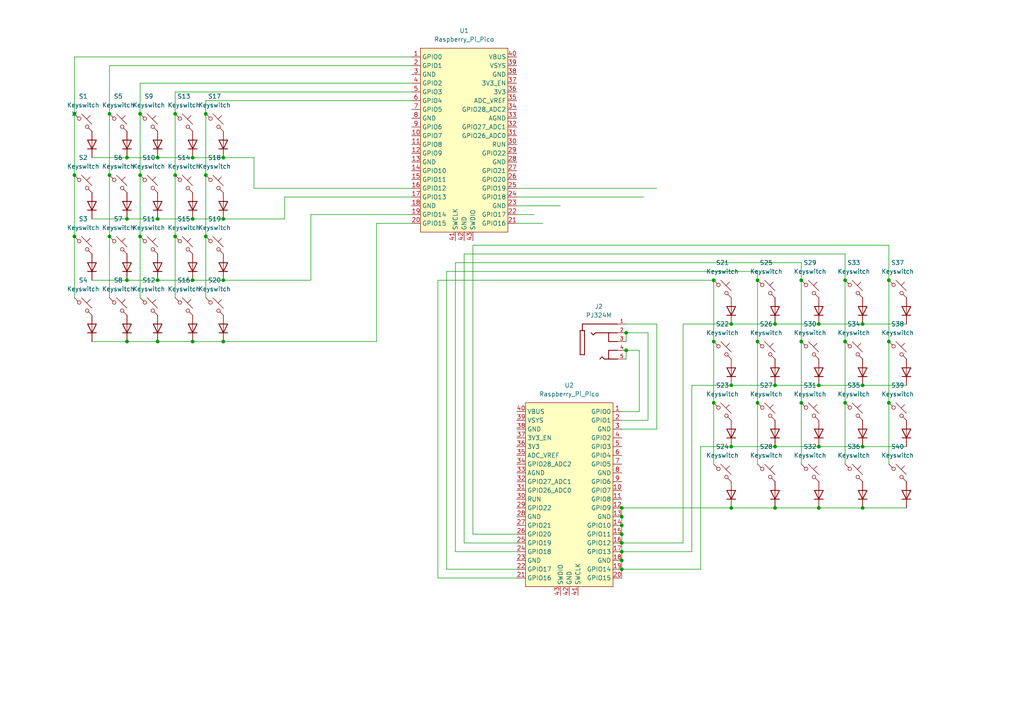
<source format=kicad_sch>
(kicad_sch (version 20231120) (generator "eeschema") (generator_version "8.0")
  (paper "A4")
  (lib_symbols
    (symbol "PJ324M:PJ324M" (pin_names (offset 1.016))
      (property "Reference" "J" (at -5.08 7.62 0))
      (property "Value" "PJ324M" (at -5.08 -10.16 0))
      (symbol "PJ324M_0_0"
        (polyline (pts (xy -5.715 -3.81) (xy -5.715 3.175)) (stroke (width 0.254)))
        (polyline (pts (xy -5.715 3.175) (xy -5.08 3.175)) (stroke (width 0.254)))
        (polyline (pts (xy -5.08 3.175) (xy -4.445 3.175)) (stroke (width 0.254)))
        (polyline (pts (xy -5.08 5.08) (xy -5.08 3.175)) (stroke (width 0.254)))
        (polyline (pts (xy -4.445 -3.81) (xy -5.715 -3.81)) (stroke (width 0.254)))
        (polyline (pts (xy -4.445 3.175) (xy -4.445 -3.81)) (stroke (width 0.254)))
        (polyline (pts (xy -1.905 1.905) (xy -2.54 2.54)) (stroke (width 0.254)))
        (polyline (pts (xy -1.27 2.54) (xy -1.905 1.905)) (stroke (width 0.254)))
        (polyline (pts (xy 0.635 -4.445) (xy 0 -5.08)) (stroke (width 0.254)))
        (polyline (pts (xy 1.27 -5.08) (xy 0.635 -4.445)) (stroke (width 0.254)))
        (polyline (pts (xy 2.54 -5.08) (xy 1.27 -5.08)) (stroke (width 0.254)))
        (polyline (pts (xy 2.54 -2.54) (xy 2.54 -5.08)) (stroke (width 0.254)))
        (polyline (pts (xy 2.54 0) (xy 2.54 2.54)) (stroke (width 0.254)))
        (polyline (pts (xy 2.54 2.54) (xy -1.27 2.54)) (stroke (width 0.254)))
        (polyline (pts (xy 5.08 -5.08) (xy 2.54 -5.08)) (stroke (width 0.254)))
        (polyline (pts (xy 5.08 -2.54) (xy 2.54 -2.54)) (stroke (width 0.254)))
        (polyline (pts (xy 5.08 0) (xy 2.54 0)) (stroke (width 0.254)))
        (polyline (pts (xy 5.08 2.54) (xy 2.54 2.54)) (stroke (width 0.254)))
        (polyline (pts (xy 5.08 5.08) (xy -5.08 5.08)) (stroke (width 0.254)))
        (pin passive line (at 7.62 5.08 180) (length 2.54) (name "~") (number "1"))
        (pin passive line (at 7.62 2.54 180) (length 2.54) (name "~") (number "2"))
        (pin passive line (at 7.62 0 180) (length 2.54) (name "~") (number "3"))
        (pin passive line (at 7.62 -2.54 180) (length 2.54) (name "~") (number "4"))
        (pin passive line (at 7.62 -5.08 180) (length 2.54) (name "~") (number "5"))
      )
    )
    (symbol "ScottoKeebs:MCU_Raspberry_Pi_Pico"
      (property "Reference" "U" (at 0 0 0))
      (property "Value" "Raspberry_Pi_Pico" (at 0 27.94 0))
      (symbol "MCU_Raspberry_Pi_Pico_0_1"
        (rectangle (start -12.7 26.67) (end 12.7 -26.67) (fill (type background)))
      )
      (symbol "MCU_Raspberry_Pi_Pico_1_1"
        (pin bidirectional line (at -15.24 24.13 0) (length 2.54) (name "GPIO0") (number "1"))
        (pin bidirectional line (at -15.24 1.27 0) (length 2.54) (name "GPIO7") (number "10"))
        (pin bidirectional line (at -15.24 -1.27 0) (length 2.54) (name "GPIO8") (number "11"))
        (pin bidirectional line (at -15.24 -3.81 0) (length 2.54) (name "GPIO9") (number "12"))
        (pin power_in line (at -15.24 -6.35 0) (length 2.54) (name "GND") (number "13"))
        (pin bidirectional line (at -15.24 -8.89 0) (length 2.54) (name "GPIO10") (number "14"))
        (pin bidirectional line (at -15.24 -11.43 0) (length 2.54) (name "GPIO11") (number "15"))
        (pin bidirectional line (at -15.24 -13.97 0) (length 2.54) (name "GPIO12") (number "16"))
        (pin bidirectional line (at -15.24 -16.51 0) (length 2.54) (name "GPIO13") (number "17"))
        (pin power_in line (at -15.24 -19.05 0) (length 2.54) (name "GND") (number "18"))
        (pin bidirectional line (at -15.24 -21.59 0) (length 2.54) (name "GPIO14") (number "19"))
        (pin bidirectional line (at -15.24 21.59 0) (length 2.54) (name "GPIO1") (number "2"))
        (pin bidirectional line (at -15.24 -24.13 0) (length 2.54) (name "GPIO15") (number "20"))
        (pin bidirectional line (at 15.24 -24.13 180) (length 2.54) (name "GPIO16") (number "21"))
        (pin bidirectional line (at 15.24 -21.59 180) (length 2.54) (name "GPIO17") (number "22"))
        (pin power_in line (at 15.24 -19.05 180) (length 2.54) (name "GND") (number "23"))
        (pin bidirectional line (at 15.24 -16.51 180) (length 2.54) (name "GPIO18") (number "24"))
        (pin bidirectional line (at 15.24 -13.97 180) (length 2.54) (name "GPIO19") (number "25"))
        (pin bidirectional line (at 15.24 -11.43 180) (length 2.54) (name "GPIO20") (number "26"))
        (pin bidirectional line (at 15.24 -8.89 180) (length 2.54) (name "GPIO21") (number "27"))
        (pin power_in line (at 15.24 -6.35 180) (length 2.54) (name "GND") (number "28"))
        (pin bidirectional line (at 15.24 -3.81 180) (length 2.54) (name "GPIO22") (number "29"))
        (pin power_in line (at -15.24 19.05 0) (length 2.54) (name "GND") (number "3"))
        (pin input line (at 15.24 -1.27 180) (length 2.54) (name "RUN") (number "30"))
        (pin bidirectional line (at 15.24 1.27 180) (length 2.54) (name "GPIO26_ADC0") (number "31"))
        (pin bidirectional line (at 15.24 3.81 180) (length 2.54) (name "GPIO27_ADC1") (number "32"))
        (pin power_in line (at 15.24 6.35 180) (length 2.54) (name "AGND") (number "33"))
        (pin bidirectional line (at 15.24 8.89 180) (length 2.54) (name "GPIO28_ADC2") (number "34"))
        (pin power_in line (at 15.24 11.43 180) (length 2.54) (name "ADC_VREF") (number "35"))
        (pin power_in line (at 15.24 13.97 180) (length 2.54) (name "3V3") (number "36"))
        (pin input line (at 15.24 16.51 180) (length 2.54) (name "3V3_EN") (number "37"))
        (pin bidirectional line (at 15.24 19.05 180) (length 2.54) (name "GND") (number "38"))
        (pin power_in line (at 15.24 21.59 180) (length 2.54) (name "VSYS") (number "39"))
        (pin bidirectional line (at -15.24 16.51 0) (length 2.54) (name "GPIO2") (number "4"))
        (pin power_in line (at 15.24 24.13 180) (length 2.54) (name "VBUS") (number "40"))
        (pin input line (at -2.54 -29.21 90) (length 2.54) (name "SWCLK") (number "41"))
        (pin power_in line (at 0 -29.21 90) (length 2.54) (name "GND") (number "42"))
        (pin bidirectional line (at 2.54 -29.21 90) (length 2.54) (name "SWDIO") (number "43"))
        (pin bidirectional line (at -15.24 13.97 0) (length 2.54) (name "GPIO3") (number "5"))
        (pin bidirectional line (at -15.24 11.43 0) (length 2.54) (name "GPIO4") (number "6"))
        (pin bidirectional line (at -15.24 8.89 0) (length 2.54) (name "GPIO5") (number "7"))
        (pin power_in line (at -15.24 6.35 0) (length 2.54) (name "GND") (number "8"))
        (pin bidirectional line (at -15.24 3.81 0) (length 2.54) (name "GPIO6") (number "9"))
      )
    )
    (symbol "ScottoKeebs:Placeholder_Diode" (pin_numbers hide) (pin_names hide)
      (property "Reference" "D" (at 0 2.54 0))
      (property "Value" "Diode" (at 0 -2.54 0))
      (symbol "Placeholder_Diode_0_1"
        (polyline (pts (xy -1.27 1.27) (xy -1.27 -1.27)) (stroke (width 0.254)))
        (polyline (pts (xy 1.27 0) (xy -1.27 0)))
        (polyline (pts (xy 1.27 1.27) (xy 1.27 -1.27) (xy -1.27 0) (xy 1.27 1.27)) (stroke (width 0.254)))
      )
      (symbol "Placeholder_Diode_1_1"
        (pin passive line (at -3.81 0 0) (length 2.54) (name "K") (number "1"))
        (pin passive line (at 3.81 0 180) (length 2.54) (name "A") (number "2"))
      )
    )
    (symbol "ScottoKeebs:Placeholder_Keyswitch" (pin_numbers hide) (pin_names (offset 1.016) hide)
      (property "Reference" "S" (at 3.048 1.016 0))
      (property "Value" "Keyswitch" (at 0 -3.81 0))
      (symbol "Placeholder_Keyswitch_0_1"
        (circle (center -1.1684 1.1684) (radius 0.508))
        (polyline (pts (xy -0.508 2.54) (xy 2.54 -0.508)))
        (polyline (pts (xy 1.016 1.016) (xy 2.032 2.032)))
        (polyline (pts (xy -2.54 2.54) (xy -1.524 1.524) (xy -1.524 1.524)))
        (polyline (pts (xy 1.524 -1.524) (xy 2.54 -2.54) (xy 2.54 -2.54) (xy 2.54 -2.54)))
        (circle (center 1.143 -1.1938) (radius 0.508))
        (pin passive line (at -2.54 2.54 0) (length 0) (name "1") (number "1"))
        (pin passive line (at 2.54 -2.54 180) (length 0) (name "2") (number "2"))
      )
    )
  )
  (junction (at 45.72 99.06))
  (junction (at 180.34 157.48))
  (junction (at 180.34 152.4))
  (junction (at 64.77 45.72))
  (junction (at 232.41 81.28))
  (junction (at 207.01 99.06))
  (junction (at 50.8 50.8))
  (junction (at 59.69 68.58))
  (junction (at 224.79 129.54))
  (junction (at 245.11 99.06))
  (junction (at 36.83 81.28))
  (junction (at 250.19 147.32))
  (junction (at 59.69 50.8))
  (junction (at 55.88 99.06))
  (junction (at 180.34 147.32))
  (junction (at 45.72 63.5))
  (junction (at 232.41 116.84))
  (junction (at 224.79 93.98))
  (junction (at 40.64 33.02))
  (junction (at 245.11 116.84))
  (junction (at 212.09 111.76))
  (junction (at 64.77 99.06))
  (junction (at 45.72 45.72))
  (junction (at 50.8 33.02))
  (junction (at 237.49 93.98))
  (junction (at 180.34 160.02))
  (junction (at 212.09 129.54))
  (junction (at 36.83 63.5))
  (junction (at 212.09 147.32))
  (junction (at 180.34 162.56))
  (junction (at 59.69 33.02))
  (junction (at 181.61 96.52))
  (junction (at 224.79 111.76))
  (junction (at 250.19 111.76))
  (junction (at 181.61 101.6))
  (junction (at 21.59 68.58))
  (junction (at 212.09 93.98))
  (junction (at 55.88 63.5))
  (junction (at 245.11 81.28))
  (junction (at 50.8 68.58))
  (junction (at 257.81 99.06))
  (junction (at 21.59 33.02))
  (junction (at 180.34 154.94))
  (junction (at 180.34 165.1))
  (junction (at 31.75 68.58))
  (junction (at 64.77 81.28))
  (junction (at 40.64 68.58))
  (junction (at 207.01 81.28))
  (junction (at 237.49 129.54))
  (junction (at 55.88 81.28))
  (junction (at 36.83 45.72))
  (junction (at 207.01 116.84))
  (junction (at 224.79 147.32))
  (junction (at 219.71 116.84))
  (junction (at 237.49 111.76))
  (junction (at 31.75 50.8))
  (junction (at 55.88 45.72))
  (junction (at 64.77 63.5))
  (junction (at 219.71 81.28))
  (junction (at 257.81 81.28))
  (junction (at 31.75 33.02))
  (junction (at 232.41 99.06))
  (junction (at 250.19 93.98))
  (junction (at 180.34 149.86))
  (junction (at 237.49 147.32))
  (junction (at 21.59 50.8))
  (junction (at 250.19 129.54))
  (junction (at 257.81 116.84))
  (junction (at 36.83 99.06))
  (junction (at 45.72 81.28))
  (junction (at 219.71 99.06))
  (junction (at 40.64 50.8))
  (no_connect (at 21.59 33.02))
  (wire (pts (xy 26.67 81.28) (xy 36.83 81.28)))
  (wire (pts (xy 232.41 81.28) (xy 232.41 76.2)))
  (wire (pts (xy 190.5 93.98) (xy 190.5 124.46)))
  (wire (pts (xy 40.64 33.02) (xy 40.64 24.13)))
  (wire (pts (xy 180.34 154.94) (xy 180.34 157.48)))
  (wire (pts (xy 181.61 101.6) (xy 185.42 101.6)))
  (wire (pts (xy 219.71 81.28) (xy 219.71 99.06)))
  (wire (pts (xy 50.8 26.67) (xy 119.38 26.67)))
  (wire (pts (xy 250.19 93.98) (xy 262.89 93.98)))
  (wire (pts (xy 224.79 111.76) (xy 237.49 111.76)))
  (wire (pts (xy 257.81 116.84) (xy 257.81 134.62)))
  (wire (pts (xy 129.54 165.1) (xy 149.86 165.1)))
  (wire (pts (xy 36.83 81.28) (xy 45.72 81.28)))
  (wire (pts (xy 224.79 93.98) (xy 237.49 93.98)))
  (wire (pts (xy 64.77 63.5) (xy 82.55 63.5)))
  (wire (pts (xy 82.55 57.15) (xy 119.38 57.15)))
  (wire (pts (xy 50.8 33.02) (xy 50.8 26.67)))
  (wire (pts (xy 190.5 124.46) (xy 180.34 124.46)))
  (wire (pts (xy 59.69 68.58) (xy 59.69 86.36)))
  (wire (pts (xy 207.01 99.06) (xy 207.01 116.84)))
  (wire (pts (xy 198.12 93.98) (xy 198.12 157.48)))
  (wire (pts (xy 31.75 19.05) (xy 119.38 19.05)))
  (wire (pts (xy 45.72 45.72) (xy 55.88 45.72)))
  (wire (pts (xy 257.81 81.28) (xy 257.81 99.06)))
  (wire (pts (xy 212.09 147.32) (xy 180.34 147.32)))
  (wire (pts (xy 59.69 33.02) (xy 59.69 50.8)))
  (wire (pts (xy 137.16 71.12) (xy 257.81 71.12)))
  (wire (pts (xy 55.88 63.5) (xy 64.77 63.5)))
  (wire (pts (xy 245.11 116.84) (xy 245.11 134.62)))
  (wire (pts (xy 55.88 99.06) (xy 64.77 99.06)))
  (wire (pts (xy 185.42 119.38) (xy 180.34 119.38)))
  (wire (pts (xy 21.59 68.58) (xy 21.59 86.36)))
  (wire (pts (xy 245.11 81.28) (xy 245.11 99.06)))
  (wire (pts (xy 212.09 147.32) (xy 224.79 147.32)))
  (wire (pts (xy 45.72 99.06) (xy 55.88 99.06)))
  (wire (pts (xy 149.86 59.69) (xy 162.56 59.69)))
  (wire (pts (xy 237.49 111.76) (xy 250.19 111.76)))
  (wire (pts (xy 219.71 116.84) (xy 219.71 134.62)))
  (wire (pts (xy 59.69 50.8) (xy 59.69 68.58)))
  (wire (pts (xy 185.42 101.6) (xy 185.42 119.38)))
  (wire (pts (xy 203.2 129.54) (xy 203.2 165.1)))
  (wire (pts (xy 50.8 50.8) (xy 50.8 68.58)))
  (wire (pts (xy 180.34 147.32) (xy 180.34 149.86)))
  (wire (pts (xy 180.34 160.02) (xy 180.34 162.56)))
  (wire (pts (xy 203.2 165.1) (xy 180.34 165.1)))
  (wire (pts (xy 59.69 29.21) (xy 119.38 29.21)))
  (wire (pts (xy 187.96 96.52) (xy 187.96 121.92)))
  (wire (pts (xy 31.75 68.58) (xy 31.75 86.36)))
  (wire (pts (xy 132.08 160.02) (xy 149.86 160.02)))
  (wire (pts (xy 90.17 62.23) (xy 90.17 81.28)))
  (wire (pts (xy 21.59 33.02) (xy 21.59 50.8)))
  (wire (pts (xy 45.72 81.28) (xy 55.88 81.28)))
  (wire (pts (xy 181.61 93.98) (xy 190.5 93.98)))
  (wire (pts (xy 50.8 33.02) (xy 50.8 50.8)))
  (wire (pts (xy 134.62 73.66) (xy 134.62 157.48)))
  (wire (pts (xy 50.8 68.58) (xy 50.8 86.36)))
  (wire (pts (xy 224.79 147.32) (xy 237.49 147.32)))
  (wire (pts (xy 137.16 71.12) (xy 137.16 154.94)))
  (wire (pts (xy 40.64 24.13) (xy 119.38 24.13)))
  (wire (pts (xy 26.67 45.72) (xy 36.83 45.72)))
  (wire (pts (xy 149.86 54.61) (xy 190.5 54.61)))
  (wire (pts (xy 186.69 57.15) (xy 149.86 57.15)))
  (wire (pts (xy 36.83 63.5) (xy 45.72 63.5)))
  (wire (pts (xy 232.41 81.28) (xy 232.41 99.06)))
  (wire (pts (xy 26.67 63.5) (xy 36.83 63.5)))
  (wire (pts (xy 212.09 93.98) (xy 198.12 93.98)))
  (wire (pts (xy 134.62 157.48) (xy 149.86 157.48)))
  (wire (pts (xy 21.59 16.51) (xy 119.38 16.51)))
  (wire (pts (xy 132.08 76.2) (xy 232.41 76.2)))
  (wire (pts (xy 21.59 33.02) (xy 21.59 16.51)))
  (wire (pts (xy 198.12 157.48) (xy 180.34 157.48)))
  (wire (pts (xy 212.09 129.54) (xy 224.79 129.54)))
  (wire (pts (xy 237.49 129.54) (xy 250.19 129.54)))
  (wire (pts (xy 40.64 50.8) (xy 40.64 68.58)))
  (wire (pts (xy 181.61 96.52) (xy 187.96 96.52)))
  (wire (pts (xy 127 81.28) (xy 127 167.64)))
  (wire (pts (xy 181.61 96.52) (xy 181.61 99.06)))
  (wire (pts (xy 55.88 81.28) (xy 64.77 81.28)))
  (wire (pts (xy 31.75 50.8) (xy 31.75 68.58)))
  (wire (pts (xy 181.61 101.6) (xy 181.61 104.14)))
  (wire (pts (xy 55.88 45.72) (xy 64.77 45.72)))
  (wire (pts (xy 132.08 76.2) (xy 132.08 160.02)))
  (wire (pts (xy 82.55 57.15) (xy 82.55 63.5)))
  (wire (pts (xy 21.59 50.8) (xy 21.59 68.58)))
  (wire (pts (xy 127 81.28) (xy 207.01 81.28)))
  (wire (pts (xy 64.77 45.72) (xy 73.66 45.72)))
  (wire (pts (xy 250.19 111.76) (xy 262.89 111.76)))
  (wire (pts (xy 180.34 149.86) (xy 180.34 152.4)))
  (wire (pts (xy 212.09 93.98) (xy 224.79 93.98)))
  (wire (pts (xy 245.11 81.28) (xy 245.11 73.66)))
  (wire (pts (xy 64.77 99.06) (xy 109.22 99.06)))
  (wire (pts (xy 45.72 63.5) (xy 55.88 63.5)))
  (wire (pts (xy 137.16 154.94) (xy 149.86 154.94)))
  (wire (pts (xy 36.83 45.72) (xy 45.72 45.72)))
  (wire (pts (xy 219.71 99.06) (xy 219.71 116.84)))
  (wire (pts (xy 149.86 62.23) (xy 154.94 62.23)))
  (wire (pts (xy 212.09 111.76) (xy 200.66 111.76)))
  (wire (pts (xy 73.66 54.61) (xy 119.38 54.61)))
  (wire (pts (xy 224.79 129.54) (xy 237.49 129.54)))
  (wire (pts (xy 245.11 99.06) (xy 245.11 116.84)))
  (wire (pts (xy 36.83 99.06) (xy 45.72 99.06)))
  (wire (pts (xy 212.09 129.54) (xy 203.2 129.54)))
  (wire (pts (xy 180.34 152.4) (xy 180.34 154.94)))
  (wire (pts (xy 200.66 111.76) (xy 200.66 160.02)))
  (wire (pts (xy 212.09 111.76) (xy 224.79 111.76)))
  (wire (pts (xy 31.75 33.02) (xy 31.75 50.8)))
  (wire (pts (xy 232.41 99.06) (xy 232.41 116.84)))
  (wire (pts (xy 129.54 78.74) (xy 219.71 78.74)))
  (wire (pts (xy 180.34 162.56) (xy 180.34 165.1)))
  (wire (pts (xy 127 167.64) (xy 149.86 167.64)))
  (wire (pts (xy 237.49 93.98) (xy 250.19 93.98)))
  (wire (pts (xy 207.01 81.28) (xy 207.01 99.06)))
  (wire (pts (xy 109.22 99.06) (xy 109.22 64.77)))
  (wire (pts (xy 40.64 68.58) (xy 40.64 86.36)))
  (wire (pts (xy 250.19 129.54) (xy 262.89 129.54)))
  (wire (pts (xy 90.17 62.23) (xy 119.38 62.23)))
  (wire (pts (xy 187.96 121.92) (xy 180.34 121.92)))
  (wire (pts (xy 219.71 81.28) (xy 219.71 78.74)))
  (wire (pts (xy 232.41 116.84) (xy 232.41 134.62)))
  (wire (pts (xy 180.34 160.02) (xy 200.66 160.02)))
  (wire (pts (xy 180.34 157.48) (xy 180.34 160.02)))
  (wire (pts (xy 250.19 147.32) (xy 262.89 147.32)))
  (wire (pts (xy 64.77 81.28) (xy 90.17 81.28)))
  (wire (pts (xy 207.01 116.84) (xy 207.01 134.62)))
  (wire (pts (xy 59.69 33.02) (xy 59.69 29.21)))
  (wire (pts (xy 257.81 99.06) (xy 257.81 116.84)))
  (wire (pts (xy 26.67 99.06) (xy 36.83 99.06)))
  (wire (pts (xy 180.34 165.1) (xy 180.34 167.64)))
  (wire (pts (xy 129.54 78.74) (xy 129.54 165.1)))
  (wire (pts (xy 31.75 33.02) (xy 31.75 19.05)))
  (wire (pts (xy 109.22 64.77) (xy 119.38 64.77)))
  (wire (pts (xy 257.81 81.28) (xy 257.81 71.12)))
  (wire (pts (xy 134.62 73.66) (xy 245.11 73.66)))
  (wire (pts (xy 237.49 147.32) (xy 250.19 147.32)))
  (wire (pts (xy 73.66 54.61) (xy 73.66 45.72)))
  (wire (pts (xy 149.86 64.77) (xy 157.48 64.77)))
  (wire (pts (xy 40.64 33.02) (xy 40.64 50.8)))
  (symbol (lib_id "ScottoKeebs:Placeholder_Diode") (at 250.19 107.95 90) (unit 1)
    (property "Reference" "D34" (effects (hide yes)))
    (property "Value" "Diode" (effects (hide yes)))
    (property "Footprint" "ScottoKeebs_Components:Diode_SOD-123" (effects (hide yes)))
    (property "Description" "1N4148 (DO-35) or 1N4148W (SOD-123)" (effects (hide yes)))
    (property "Sim.Device" "D" (effects (hide yes)))
    (property "Sim.Pins" "1=K 2=A" (effects (hide yes)))
  )
  (symbol (lib_id "ScottoKeebs:Placeholder_Keyswitch") (at 62.23 88.9 0) (unit 1)
    (property "Reference" "S20" (at 62.23 81.28 0))
    (property "Value" "Keyswitch" (at 62.23 83.82 0))
    (property "Footprint" "ScottoKeebs_MX:MX_PCB_1.00u" (effects (hide yes)))
    (property "Description" "Push button switch, normally open, two pins, 45° tilted" (effects (hide yes)))
  )
  (symbol (lib_id "ScottoKeebs:Placeholder_Keyswitch") (at 34.29 88.9 0) (unit 1)
    (property "Reference" "S8" (at 34.29 81.28 0))
    (property "Value" "Keyswitch" (at 34.29 83.82 0))
    (property "Footprint" "ScottoKeebs_MX:MX_PCB_1.00u" (effects (hide yes)))
    (property "Description" "Push button switch, normally open, two pins, 45° tilted" (effects (hide yes)))
  )
  (symbol (lib_id "ScottoKeebs:Placeholder_Keyswitch") (at 209.55 119.38 0) (unit 1)
    (property "Reference" "S23" (at 209.55 111.76 0))
    (property "Value" "Keyswitch" (at 209.55 114.3 0))
    (property "Footprint" "ScottoKeebs_MX:MX_PCB_1.00u" (effects (hide yes)))
    (property "Description" "Push button switch, normally open, two pins, 45° tilted" (effects (hide yes)))
  )
  (symbol (lib_id "ScottoKeebs:Placeholder_Keyswitch") (at 209.55 83.82 0) (unit 1)
    (property "Reference" "S21" (at 209.55 76.2 0))
    (property "Value" "Keyswitch" (at 209.55 78.74 0))
    (property "Footprint" "ScottoKeebs_MX:MX_PCB_1.00u" (effects (hide yes)))
    (property "Description" "Push button switch, normally open, two pins, 45° tilted" (effects (hide yes)))
  )
  (symbol (lib_id "ScottoKeebs:Placeholder_Keyswitch") (at 222.25 101.6 0) (unit 1)
    (property "Reference" "S26" (at 222.25 93.98 0))
    (property "Value" "Keyswitch" (at 222.25 96.52 0))
    (property "Footprint" "ScottoKeebs_MX:MX_PCB_1.00u" (effects (hide yes)))
    (property "Description" "Push button switch, normally open, two pins, 45° tilted" (effects (hide yes)))
  )
  (symbol (lib_id "ScottoKeebs:Placeholder_Diode") (at 250.19 125.73 90) (unit 1)
    (property "Reference" "D35" (effects (hide yes)))
    (property "Value" "Diode" (effects (hide yes)))
    (property "Footprint" "ScottoKeebs_Components:Diode_SOD-123" (effects (hide yes)))
    (property "Description" "1N4148 (DO-35) or 1N4148W (SOD-123)" (effects (hide yes)))
    (property "Sim.Device" "D" (effects (hide yes)))
    (property "Sim.Pins" "1=K 2=A" (effects (hide yes)))
  )
  (symbol (lib_id "ScottoKeebs:Placeholder_Keyswitch") (at 53.34 35.56 0) (unit 1)
    (property "Reference" "S13" (at 53.34 27.94 0))
    (property "Value" "Keyswitch" (at 53.34 30.48 0))
    (property "Footprint" "ScottoKeebs_MX:MX_PCB_1.00u" (effects (hide yes)))
    (property "Description" "Push button switch, normally open, two pins, 45° tilted" (effects (hide yes)))
  )
  (symbol (lib_id "ScottoKeebs:Placeholder_Diode") (at 224.79 90.17 90) (unit 1)
    (property "Reference" "D25" (effects (hide yes)))
    (property "Value" "Diode" (effects (hide yes)))
    (property "Footprint" "ScottoKeebs_Components:Diode_SOD-123" (effects (hide yes)))
    (property "Description" "1N4148 (DO-35) or 1N4148W (SOD-123)" (effects (hide yes)))
    (property "Sim.Device" "D" (effects (hide yes)))
    (property "Sim.Pins" "1=K 2=A" (effects (hide yes)))
  )
  (symbol (lib_id "ScottoKeebs:Placeholder_Diode") (at 36.83 95.25 90) (unit 1)
    (property "Reference" "D8" (effects (hide yes)))
    (property "Value" "Diode" (effects (hide yes)))
    (property "Footprint" "ScottoKeebs_Components:Diode_SOD-123" (effects (hide yes)))
    (property "Description" "1N4148 (DO-35) or 1N4148W (SOD-123)" (effects (hide yes)))
    (property "Sim.Device" "D" (effects (hide yes)))
    (property "Sim.Pins" "1=K 2=A" (effects (hide yes)))
  )
  (symbol (lib_id "ScottoKeebs:Placeholder_Diode") (at 237.49 107.95 90) (unit 1)
    (property "Reference" "D30" (effects (hide yes)))
    (property "Value" "Diode" (effects (hide yes)))
    (property "Footprint" "ScottoKeebs_Components:Diode_SOD-123" (effects (hide yes)))
    (property "Description" "1N4148 (DO-35) or 1N4148W (SOD-123)" (effects (hide yes)))
    (property "Sim.Device" "D" (effects (hide yes)))
    (property "Sim.Pins" "1=K 2=A" (effects (hide yes)))
  )
  (symbol (lib_id "ScottoKeebs:Placeholder_Diode") (at 55.88 77.47 90) (unit 1)
    (property "Reference" "D15" (effects (hide yes)))
    (property "Value" "Diode" (effects (hide yes)))
    (property "Footprint" "ScottoKeebs_Components:Diode_SOD-123" (effects (hide yes)))
    (property "Description" "1N4148 (DO-35) or 1N4148W (SOD-123)" (effects (hide yes)))
    (property "Sim.Device" "D" (effects (hide yes)))
    (property "Sim.Pins" "1=K 2=A" (effects (hide yes)))
  )
  (symbol (lib_id "ScottoKeebs:Placeholder_Diode") (at 36.83 77.47 90) (unit 1)
    (property "Reference" "D7" (effects (hide yes)))
    (property "Value" "Diode" (effects (hide yes)))
    (property "Footprint" "ScottoKeebs_Components:Diode_SOD-123" (effects (hide yes)))
    (property "Description" "1N4148 (DO-35) or 1N4148W (SOD-123)" (effects (hide yes)))
    (property "Sim.Device" "D" (effects (hide yes)))
    (property "Sim.Pins" "1=K 2=A" (effects (hide yes)))
  )
  (symbol (lib_id "ScottoKeebs:Placeholder_Diode") (at 36.83 59.69 90) (unit 1)
    (property "Reference" "D6" (effects (hide yes)))
    (property "Value" "Diode" (effects (hide yes)))
    (property "Footprint" "ScottoKeebs_Components:Diode_SOD-123" (effects (hide yes)))
    (property "Description" "1N4148 (DO-35) or 1N4148W (SOD-123)" (effects (hide yes)))
    (property "Sim.Device" "D" (effects (hide yes)))
    (property "Sim.Pins" "1=K 2=A" (effects (hide yes)))
  )
  (symbol (lib_id "ScottoKeebs:Placeholder_Diode") (at 212.09 90.17 90) (unit 1)
    (property "Reference" "D21" (effects (hide yes)))
    (property "Value" "Diode" (effects (hide yes)))
    (property "Footprint" "ScottoKeebs_Components:Diode_SOD-123" (effects (hide yes)))
    (property "Description" "1N4148 (DO-35) or 1N4148W (SOD-123)" (effects (hide yes)))
    (property "Sim.Device" "D" (effects (hide yes)))
    (property "Sim.Pins" "1=K 2=A" (effects (hide yes)))
  )
  (symbol (lib_id "ScottoKeebs:Placeholder_Keyswitch") (at 53.34 53.34 0) (unit 1)
    (property "Reference" "S14" (at 53.34 45.72 0))
    (property "Value" "Keyswitch" (at 53.34 48.26 0))
    (property "Footprint" "ScottoKeebs_MX:MX_PCB_1.00u" (effects (hide yes)))
    (property "Description" "Push button switch, normally open, two pins, 45° tilted" (effects (hide yes)))
  )
  (symbol (lib_id "ScottoKeebs:Placeholder_Keyswitch") (at 260.35 83.82 0) (unit 1)
    (property "Reference" "S37" (at 260.35 76.2 0))
    (property "Value" "Keyswitch" (at 260.35 78.74 0))
    (property "Footprint" "ScottoKeebs_MX:MX_PCB_1.00u" (effects (hide yes)))
    (property "Description" "Push button switch, normally open, two pins, 45° tilted" (effects (hide yes)))
  )
  (symbol (lib_id "ScottoKeebs:Placeholder_Diode") (at 224.79 143.51 90) (unit 1)
    (property "Reference" "D28" (effects (hide yes)))
    (property "Value" "Diode" (effects (hide yes)))
    (property "Footprint" "ScottoKeebs_Components:Diode_SOD-123" (effects (hide yes)))
    (property "Description" "1N4148 (DO-35) or 1N4148W (SOD-123)" (effects (hide yes)))
    (property "Sim.Device" "D" (effects (hide yes)))
    (property "Sim.Pins" "1=K 2=A" (effects (hide yes)))
  )
  (symbol (lib_id "ScottoKeebs:Placeholder_Keyswitch") (at 260.35 101.6 0) (unit 1)
    (property "Reference" "S38" (at 260.35 93.98 0))
    (property "Value" "Keyswitch" (at 260.35 96.52 0))
    (property "Footprint" "ScottoKeebs_MX:MX_PCB_1.00u" (effects (hide yes)))
    (property "Description" "Push button switch, normally open, two pins, 45° tilted" (effects (hide yes)))
  )
  (symbol (lib_id "ScottoKeebs:Placeholder_Diode") (at 55.88 59.69 90) (unit 1)
    (property "Reference" "D14" (effects (hide yes)))
    (property "Value" "Diode" (effects (hide yes)))
    (property "Footprint" "ScottoKeebs_Components:Diode_SOD-123" (effects (hide yes)))
    (property "Description" "1N4148 (DO-35) or 1N4148W (SOD-123)" (effects (hide yes)))
    (property "Sim.Device" "D" (effects (hide yes)))
    (property "Sim.Pins" "1=K 2=A" (effects (hide yes)))
  )
  (symbol (lib_id "ScottoKeebs:Placeholder_Diode") (at 55.88 41.91 90) (unit 1)
    (property "Reference" "D13" (effects (hide yes)))
    (property "Value" "Diode" (effects (hide yes)))
    (property "Footprint" "ScottoKeebs_Components:Diode_SOD-123" (effects (hide yes)))
    (property "Description" "1N4148 (DO-35) or 1N4148W (SOD-123)" (effects (hide yes)))
    (property "Sim.Device" "D" (effects (hide yes)))
    (property "Sim.Pins" "1=K 2=A" (effects (hide yes)))
  )
  (symbol (lib_id "ScottoKeebs:Placeholder_Diode") (at 237.49 125.73 90) (unit 1)
    (property "Reference" "D31" (effects (hide yes)))
    (property "Value" "Diode" (effects (hide yes)))
    (property "Footprint" "ScottoKeebs_Components:Diode_SOD-123" (effects (hide yes)))
    (property "Description" "1N4148 (DO-35) or 1N4148W (SOD-123)" (effects (hide yes)))
    (property "Sim.Device" "D" (effects (hide yes)))
    (property "Sim.Pins" "1=K 2=A" (effects (hide yes)))
  )
  (symbol (lib_id "ScottoKeebs:Placeholder_Keyswitch") (at 43.18 71.12 0) (unit 1)
    (property "Reference" "S11" (at 43.18 63.5 0))
    (property "Value" "Keyswitch" (at 43.18 66.04 0))
    (property "Footprint" "ScottoKeebs_MX:MX_PCB_1.00u" (effects (hide yes)))
    (property "Description" "Push button switch, normally open, two pins, 45° tilted" (effects (hide yes)))
  )
  (symbol (lib_id "ScottoKeebs:Placeholder_Diode") (at 262.89 107.95 90) (unit 1)
    (property "Reference" "D38" (effects (hide yes)))
    (property "Value" "Diode" (effects (hide yes)))
    (property "Footprint" "ScottoKeebs_Components:Diode_SOD-123" (effects (hide yes)))
    (property "Description" "1N4148 (DO-35) or 1N4148W (SOD-123)" (effects (hide yes)))
    (property "Sim.Device" "D" (effects (hide yes)))
    (property "Sim.Pins" "1=K 2=A" (effects (hide yes)))
  )
  (symbol (lib_id "ScottoKeebs:Placeholder_Keyswitch") (at 34.29 71.12 0) (unit 1)
    (property "Reference" "S7" (at 34.29 63.5 0))
    (property "Value" "Keyswitch" (at 34.29 66.04 0))
    (property "Footprint" "ScottoKeebs_MX:MX_PCB_1.00u" (effects (hide yes)))
    (property "Description" "Push button switch, normally open, two pins, 45° tilted" (effects (hide yes)))
  )
  (symbol (lib_id "ScottoKeebs:Placeholder_Keyswitch") (at 234.95 137.16 0) (unit 1)
    (property "Reference" "S32" (at 234.95 129.54 0))
    (property "Value" "Keyswitch" (at 234.95 132.08 0))
    (property "Footprint" "ScottoKeebs_MX:MX_PCB_1.00u" (effects (hide yes)))
    (property "Description" "Push button switch, normally open, two pins, 45° tilted" (effects (hide yes)))
  )
  (symbol (lib_id "ScottoKeebs:Placeholder_Diode") (at 26.67 95.25 90) (unit 1)
    (property "Reference" "D4" (effects (hide yes)))
    (property "Value" "Diode" (effects (hide yes)))
    (property "Footprint" "ScottoKeebs_Components:Diode_SOD-123" (effects (hide yes)))
    (property "Description" "1N4148 (DO-35) or 1N4148W (SOD-123)" (effects (hide yes)))
    (property "Sim.Device" "D" (effects (hide yes)))
    (property "Sim.Pins" "1=K 2=A" (effects (hide yes)))
  )
  (symbol (lib_id "ScottoKeebs:Placeholder_Diode") (at 212.09 125.73 90) (unit 1)
    (property "Reference" "D23" (effects (hide yes)))
    (property "Value" "Diode" (effects (hide yes)))
    (property "Footprint" "ScottoKeebs_Components:Diode_SOD-123" (effects (hide yes)))
    (property "Description" "1N4148 (DO-35) or 1N4148W (SOD-123)" (effects (hide yes)))
    (property "Sim.Device" "D" (effects (hide yes)))
    (property "Sim.Pins" "1=K 2=A" (effects (hide yes)))
  )
  (symbol (lib_id "ScottoKeebs:Placeholder_Keyswitch") (at 209.55 101.6 0) (unit 1)
    (property "Reference" "S22" (at 209.55 93.98 0))
    (property "Value" "Keyswitch" (at 209.55 96.52 0))
    (property "Footprint" "ScottoKeebs_MX:MX_PCB_1.00u" (effects (hide yes)))
    (property "Description" "Push button switch, normally open, two pins, 45° tilted" (effects (hide yes)))
  )
  (symbol (lib_id "ScottoKeebs:Placeholder_Keyswitch") (at 24.13 35.56 0) (unit 1)
    (property "Reference" "S1" (at 24.13 27.94 0))
    (property "Value" "Keyswitch" (at 24.13 30.48 0))
    (property "Footprint" "ScottoKeebs_MX:MX_PCB_1.00u" (effects (hide yes)))
    (property "Description" "Push button switch, normally open, two pins, 45° tilted" (effects (hide yes)))
  )
  (symbol (lib_id "ScottoKeebs:Placeholder_Diode") (at 250.19 90.17 90) (unit 1)
    (property "Reference" "D33" (effects (hide yes)))
    (property "Value" "Diode" (effects (hide yes)))
    (property "Footprint" "ScottoKeebs_Components:Diode_SOD-123" (effects (hide yes)))
    (property "Description" "1N4148 (DO-35) or 1N4148W (SOD-123)" (effects (hide yes)))
    (property "Sim.Device" "D" (effects (hide yes)))
    (property "Sim.Pins" "1=K 2=A" (effects (hide yes)))
  )
  (symbol (lib_id "ScottoKeebs:Placeholder_Diode") (at 64.77 59.69 90) (unit 1)
    (property "Reference" "D18" (effects (hide yes)))
    (property "Value" "Diode" (effects (hide yes)))
    (property "Footprint" "ScottoKeebs_Components:Diode_SOD-123" (effects (hide yes)))
    (property "Description" "1N4148 (DO-35) or 1N4148W (SOD-123)" (effects (hide yes)))
    (property "Sim.Device" "D" (effects (hide yes)))
    (property "Sim.Pins" "1=K 2=A" (effects (hide yes)))
  )
  (symbol (lib_id "ScottoKeebs:Placeholder_Keyswitch") (at 43.18 88.9 0) (unit 1)
    (property "Reference" "S12" (at 43.18 81.28 0))
    (property "Value" "Keyswitch" (at 43.18 83.82 0))
    (property "Footprint" "ScottoKeebs_MX:MX_PCB_1.00u" (effects (hide yes)))
    (property "Description" "Push button switch, normally open, two pins, 45° tilted" (effects (hide yes)))
  )
  (symbol (lib_id "ScottoKeebs:Placeholder_Keyswitch") (at 247.65 137.16 0) (unit 1)
    (property "Reference" "S36" (at 247.65 129.54 0))
    (property "Value" "Keyswitch" (at 247.65 132.08 0))
    (property "Footprint" "ScottoKeebs_MX:MX_PCB_1.00u" (effects (hide yes)))
    (property "Description" "Push button switch, normally open, two pins, 45° tilted" (effects (hide yes)))
  )
  (symbol (lib_id "ScottoKeebs:Placeholder_Diode") (at 45.72 41.91 90) (unit 1)
    (property "Reference" "D9" (effects (hide yes)))
    (property "Value" "Diode" (effects (hide yes)))
    (property "Footprint" "ScottoKeebs_Components:Diode_SOD-123" (effects (hide yes)))
    (property "Description" "1N4148 (DO-35) or 1N4148W (SOD-123)" (effects (hide yes)))
    (property "Sim.Device" "D" (effects (hide yes)))
    (property "Sim.Pins" "1=K 2=A" (effects (hide yes)))
  )
  (symbol (lib_id "ScottoKeebs:Placeholder_Keyswitch") (at 247.65 101.6 0) (unit 1)
    (property "Reference" "S34" (at 247.65 93.98 0))
    (property "Value" "Keyswitch" (at 247.65 96.52 0))
    (property "Footprint" "ScottoKeebs_MX:MX_PCB_1.00u" (effects (hide yes)))
    (property "Description" "Push button switch, normally open, two pins, 45° tilted" (effects (hide yes)))
  )
  (symbol (lib_id "ScottoKeebs:Placeholder_Keyswitch") (at 222.25 83.82 0) (unit 1)
    (property "Reference" "S25" (at 222.25 76.2 0))
    (property "Value" "Keyswitch" (at 222.25 78.74 0))
    (property "Footprint" "ScottoKeebs_MX:MX_PCB_1.00u" (effects (hide yes)))
    (property "Description" "Push button switch, normally open, two pins, 45° tilted" (effects (hide yes)))
  )
  (symbol (lib_id "ScottoKeebs:Placeholder_Diode") (at 224.79 107.95 90) (unit 1)
    (property "Reference" "D26" (effects (hide yes)))
    (property "Value" "Diode" (effects (hide yes)))
    (property "Footprint" "ScottoKeebs_Components:Diode_SOD-123" (effects (hide yes)))
    (property "Description" "1N4148 (DO-35) or 1N4148W (SOD-123)" (effects (hide yes)))
    (property "Sim.Device" "D" (effects (hide yes)))
    (property "Sim.Pins" "1=K 2=A" (effects (hide yes)))
  )
  (symbol (lib_id "ScottoKeebs:Placeholder_Diode") (at 212.09 143.51 90) (unit 1)
    (property "Reference" "D24" (effects (hide yes)))
    (property "Value" "Diode" (effects (hide yes)))
    (property "Footprint" "ScottoKeebs_Components:Diode_SOD-123" (effects (hide yes)))
    (property "Description" "1N4148 (DO-35) or 1N4148W (SOD-123)" (effects (hide yes)))
    (property "Sim.Device" "D" (effects (hide yes)))
    (property "Sim.Pins" "1=K 2=A" (effects (hide yes)))
  )
  (symbol (lib_id "ScottoKeebs:Placeholder_Diode") (at 26.67 59.69 90) (unit 1)
    (property "Reference" "D2" (effects (hide yes)))
    (property "Value" "Diode" (effects (hide yes)))
    (property "Footprint" "ScottoKeebs_Components:Diode_SOD-123" (effects (hide yes)))
    (property "Description" "1N4148 (DO-35) or 1N4148W (SOD-123)" (effects (hide yes)))
    (property "Sim.Device" "D" (effects (hide yes)))
    (property "Sim.Pins" "1=K 2=A" (effects (hide yes)))
  )
  (symbol (lib_id "ScottoKeebs:Placeholder_Keyswitch") (at 234.95 101.6 0) (unit 1)
    (property "Reference" "S30" (at 234.95 93.98 0))
    (property "Value" "Keyswitch" (at 234.95 96.52 0))
    (property "Footprint" "ScottoKeebs_MX:MX_PCB_1.00u" (effects (hide yes)))
    (property "Description" "Push button switch, normally open, two pins, 45° tilted" (effects (hide yes)))
  )
  (symbol (lib_id "ScottoKeebs:Placeholder_Keyswitch") (at 62.23 71.12 0) (unit 1)
    (property "Reference" "S19" (at 62.23 63.5 0))
    (property "Value" "Keyswitch" (at 62.23 66.04 0))
    (property "Footprint" "ScottoKeebs_MX:MX_PCB_1.00u" (effects (hide yes)))
    (property "Description" "Push button switch, normally open, two pins, 45° tilted" (effects (hide yes)))
  )
  (symbol (lib_id "ScottoKeebs:Placeholder_Diode") (at 45.72 77.47 90) (unit 1)
    (property "Reference" "D11" (effects (hide yes)))
    (property "Value" "Diode" (effects (hide yes)))
    (property "Footprint" "ScottoKeebs_Components:Diode_SOD-123" (effects (hide yes)))
    (property "Description" "1N4148 (DO-35) or 1N4148W (SOD-123)" (effects (hide yes)))
    (property "Sim.Device" "D" (effects (hide yes)))
    (property "Sim.Pins" "1=K 2=A" (effects (hide yes)))
  )
  (symbol (lib_id "ScottoKeebs:Placeholder_Diode") (at 36.83 41.91 90) (unit 1)
    (property "Reference" "D5" (effects (hide yes)))
    (property "Value" "Diode" (effects (hide yes)))
    (property "Footprint" "ScottoKeebs_Components:Diode_SOD-123" (effects (hide yes)))
    (property "Description" "1N4148 (DO-35) or 1N4148W (SOD-123)" (effects (hide yes)))
    (property "Sim.Device" "D" (effects (hide yes)))
    (property "Sim.Pins" "1=K 2=A" (effects (hide yes)))
  )
  (symbol (lib_id "ScottoKeebs:Placeholder_Keyswitch") (at 24.13 88.9 0) (unit 1)
    (property "Reference" "S4" (at 24.13 81.28 0))
    (property "Value" "Keyswitch" (at 24.13 83.82 0))
    (property "Footprint" "ScottoKeebs_MX:MX_PCB_1.00u" (effects (hide yes)))
    (property "Description" "Push button switch, normally open, two pins, 45° tilted" (effects (hide yes)))
  )
  (symbol (lib_id "PJ324M:PJ324M") (at 173.99 99.06 0) (unit 1)
    (property "Reference" "J2" (at 173.6725 88.9 0))
    (property "Value" "PJ324M" (at 173.6725 91.44 0))
    (property "Footprint" "PJ324M:WENZHOU_PJ324M" (effects (hide yes)))
    (property "MF" "Wenzhou QingPu Electronics Co.Ltd" (effects (hide yes)))
    (property "MAXIMUM_PACKAGE_HEIGHT" "6.3mm" (effects (hide yes)))
    (property "Package" "Package" (effects (hide yes)))
    (property "Price" "None" (effects (hide yes)))
    (property "Check_prices" "https://www.snapeda.com/parts/PJ324M/Wenzhou+QingPu+Electronics+Co.Ltd/view-part/?ref=eda" (effects (hide yes)))
    (property "STANDARD" "Manufacturer Recommendations" (effects (hide yes)))
    (property "PARTREV" "N/A" (effects (hide yes)))
    (property "SnapEDA_Link" "https://www.snapeda.com/parts/PJ324M/Wenzhou+QingPu+Electronics+Co.Ltd/view-part/?ref=snap" (effects (hide yes)))
    (property "MP" "PJ324M" (effects (hide yes)))
    (property "Description_1" "\n                        \n                            Headphone Stereo jack/Audio connector\n                        \n" (effects (hide yes)))
    (property "Availability" "Not in stock" (effects (hide yes)))
    (property "MANUFACTURER" "Wenzhou QingPu Electronics" (effects (hide yes)))
  )
  (symbol (lib_id "ScottoKeebs:Placeholder_Diode") (at 26.67 41.91 90) (unit 1)
    (property "Reference" "D1" (effects (hide yes)))
    (property "Value" "Diode" (effects (hide yes)))
    (property "Footprint" "ScottoKeebs_Components:Diode_SOD-123" (effects (hide yes)))
    (property "Description" "1N4148 (DO-35) or 1N4148W (SOD-123)" (effects (hide yes)))
    (property "Sim.Device" "D" (effects (hide yes)))
    (property "Sim.Pins" "1=K 2=A" (effects (hide yes)))
  )
  (symbol (lib_id "ScottoKeebs:Placeholder_Diode") (at 262.89 90.17 90) (unit 1)
    (property "Reference" "D37" (effects (hide yes)))
    (property "Value" "Diode" (effects (hide yes)))
    (property "Footprint" "ScottoKeebs_Components:Diode_SOD-123" (effects (hide yes)))
    (property "Description" "1N4148 (DO-35) or 1N4148W (SOD-123)" (effects (hide yes)))
    (property "Sim.Device" "D" (effects (hide yes)))
    (property "Sim.Pins" "1=K 2=A" (effects (hide yes)))
  )
  (symbol (lib_id "ScottoKeebs:Placeholder_Keyswitch") (at 247.65 119.38 0) (unit 1)
    (property "Reference" "S35" (at 247.65 111.76 0))
    (property "Value" "Keyswitch" (at 247.65 114.3 0))
    (property "Footprint" "ScottoKeebs_MX:MX_PCB_1.00u" (effects (hide yes)))
    (property "Description" "Push button switch, normally open, two pins, 45° tilted" (effects (hide yes)))
  )
  (symbol (lib_id "ScottoKeebs:Placeholder_Keyswitch") (at 209.55 137.16 0) (unit 1)
    (property "Reference" "S24" (at 209.55 129.54 0))
    (property "Value" "Keyswitch" (at 209.55 132.08 0))
    (property "Footprint" "ScottoKeebs_MX:MX_PCB_1.00u" (effects (hide yes)))
    (property "Description" "Push button switch, normally open, two pins, 45° tilted" (effects (hide yes)))
  )
  (symbol (lib_id "ScottoKeebs:Placeholder_Keyswitch") (at 260.35 137.16 0) (unit 1)
    (property "Reference" "S40" (at 260.35 129.54 0))
    (property "Value" "Keyswitch" (at 260.35 132.08 0))
    (property "Footprint" "ScottoKeebs_MX:MX_PCB_1.00u" (effects (hide yes)))
    (property "Description" "Push button switch, normally open, two pins, 45° tilted" (effects (hide yes)))
  )
  (symbol (lib_id "ScottoKeebs:Placeholder_Keyswitch") (at 247.65 83.82 0) (unit 1)
    (property "Reference" "S33" (at 247.65 76.2 0))
    (property "Value" "Keyswitch" (at 247.65 78.74 0))
    (property "Footprint" "ScottoKeebs_MX:MX_PCB_1.00u" (effects (hide yes)))
    (property "Description" "Push button switch, normally open, two pins, 45° tilted" (effects (hide yes)))
  )
  (symbol (lib_id "ScottoKeebs:Placeholder_Keyswitch") (at 260.35 119.38 0) (unit 1)
    (property "Reference" "S39" (at 260.35 111.76 0))
    (property "Value" "Keyswitch" (at 260.35 114.3 0))
    (property "Footprint" "ScottoKeebs_MX:MX_PCB_1.00u" (effects (hide yes)))
    (property "Description" "Push button switch, normally open, two pins, 45° tilted" (effects (hide yes)))
  )
  (symbol (lib_id "ScottoKeebs:Placeholder_Diode") (at 262.89 125.73 90) (unit 1)
    (property "Reference" "D39" (effects (hide yes)))
    (property "Value" "Diode" (effects (hide yes)))
    (property "Footprint" "ScottoKeebs_Components:Diode_SOD-123" (effects (hide yes)))
    (property "Description" "1N4148 (DO-35) or 1N4148W (SOD-123)" (effects (hide yes)))
    (property "Sim.Device" "D" (effects (hide yes)))
    (property "Sim.Pins" "1=K 2=A" (effects (hide yes)))
  )
  (symbol (lib_id "ScottoKeebs:Placeholder_Diode") (at 45.72 59.69 90) (unit 1)
    (property "Reference" "D10" (effects (hide yes)))
    (property "Value" "Diode" (effects (hide yes)))
    (property "Footprint" "ScottoKeebs_Components:Diode_SOD-123" (effects (hide yes)))
    (property "Description" "1N4148 (DO-35) or 1N4148W (SOD-123)" (effects (hide yes)))
    (property "Sim.Device" "D" (effects (hide yes)))
    (property "Sim.Pins" "1=K 2=A" (effects (hide yes)))
  )
  (symbol (lib_id "ScottoKeebs:Placeholder_Keyswitch") (at 53.34 88.9 0) (unit 1)
    (property "Reference" "S16" (at 53.34 81.28 0))
    (property "Value" "Keyswitch" (at 53.34 83.82 0))
    (property "Footprint" "ScottoKeebs_MX:MX_PCB_1.00u" (effects (hide yes)))
    (property "Description" "Push button switch, normally open, two pins, 45° tilted" (effects (hide yes)))
  )
  (symbol (lib_id "ScottoKeebs:Placeholder_Keyswitch") (at 24.13 53.34 0) (unit 1)
    (property "Reference" "S2" (at 24.13 45.72 0))
    (property "Value" "Keyswitch" (at 24.13 48.26 0))
    (property "Footprint" "ScottoKeebs_MX:MX_PCB_1.00u" (effects (hide yes)))
    (property "Description" "Push button switch, normally open, two pins, 45° tilted" (effects (hide yes)))
  )
  (symbol (lib_id "ScottoKeebs:Placeholder_Keyswitch") (at 34.29 35.56 0) (unit 1)
    (property "Reference" "S5" (at 34.29 27.94 0))
    (property "Value" "Keyswitch" (at 34.29 30.48 0))
    (property "Footprint" "ScottoKeebs_MX:MX_PCB_1.00u" (effects (hide yes)))
    (property "Description" "Push button switch, normally open, two pins, 45° tilted" (effects (hide yes)))
  )
  (symbol (lib_id "ScottoKeebs:MCU_Raspberry_Pi_Pico") (at 165.1 143.51 0) (mirror y) (unit 1)
    (property "Reference" "U2" (at 165.1 111.76 0))
    (property "Value" "Raspberry_Pi_Pico" (at 165.1 114.3 0))
    (property "Footprint" "ScottoKeebs_MCU:Raspberry_Pi_Pico" (effects (hide yes)))
  )
  (symbol (lib_id "ScottoKeebs:Placeholder_Diode") (at 45.72 95.25 90) (unit 1)
    (property "Reference" "D12" (effects (hide yes)))
    (property "Value" "Diode" (effects (hide yes)))
    (property "Footprint" "ScottoKeebs_Components:Diode_SOD-123" (effects (hide yes)))
    (property "Description" "1N4148 (DO-35) or 1N4148W (SOD-123)" (effects (hide yes)))
    (property "Sim.Device" "D" (effects (hide yes)))
    (property "Sim.Pins" "1=K 2=A" (effects (hide yes)))
  )
  (symbol (lib_id "ScottoKeebs:Placeholder_Diode") (at 26.67 77.47 90) (unit 1)
    (property "Reference" "D3" (effects (hide yes)))
    (property "Value" "Diode" (effects (hide yes)))
    (property "Footprint" "ScottoKeebs_Components:Diode_SOD-123" (effects (hide yes)))
    (property "Description" "1N4148 (DO-35) or 1N4148W (SOD-123)" (effects (hide yes)))
    (property "Sim.Device" "D" (effects (hide yes)))
    (property "Sim.Pins" "1=K 2=A" (effects (hide yes)))
  )
  (symbol (lib_id "ScottoKeebs:Placeholder_Diode") (at 212.09 107.95 90) (unit 1)
    (property "Reference" "D22" (effects (hide yes)))
    (property "Value" "Diode" (effects (hide yes)))
    (property "Footprint" "ScottoKeebs_Components:Diode_SOD-123" (effects (hide yes)))
    (property "Description" "1N4148 (DO-35) or 1N4148W (SOD-123)" (effects (hide yes)))
    (property "Sim.Device" "D" (effects (hide yes)))
    (property "Sim.Pins" "1=K 2=A" (effects (hide yes)))
  )
  (symbol (lib_id "ScottoKeebs:Placeholder_Keyswitch") (at 24.13 71.12 0) (unit 1)
    (property "Reference" "S3" (at 24.13 63.5 0))
    (property "Value" "Keyswitch" (at 24.13 66.04 0))
    (property "Footprint" "ScottoKeebs_MX:MX_PCB_1.00u" (effects (hide yes)))
    (property "Description" "Push button switch, normally open, two pins, 45° tilted" (effects (hide yes)))
  )
  (symbol (lib_id "ScottoKeebs:Placeholder_Keyswitch") (at 234.95 83.82 0) (unit 1)
    (property "Reference" "S29" (at 234.95 76.2 0))
    (property "Value" "Keyswitch" (at 234.95 78.74 0))
    (property "Footprint" "ScottoKeebs_MX:MX_PCB_1.00u" (effects (hide yes)))
    (property "Description" "Push button switch, normally open, two pins, 45° tilted" (effects (hide yes)))
  )
  (symbol (lib_id "ScottoKeebs:Placeholder_Keyswitch") (at 53.34 71.12 0) (unit 1)
    (property "Reference" "S15" (at 53.34 63.5 0))
    (property "Value" "Keyswitch" (at 53.34 66.04 0))
    (property "Footprint" "ScottoKeebs_MX:MX_PCB_1.00u" (effects (hide yes)))
    (property "Description" "Push button switch, normally open, two pins, 45° tilted" (effects (hide yes)))
  )
  (symbol (lib_id "ScottoKeebs:Placeholder_Keyswitch") (at 43.18 53.34 0) (unit 1)
    (property "Reference" "S10" (at 43.18 45.72 0))
    (property "Value" "Keyswitch" (at 43.18 48.26 0))
    (property "Footprint" "ScottoKeebs_MX:MX_PCB_1.00u" (effects (hide yes)))
    (property "Description" "Push button switch, normally open, two pins, 45° tilted" (effects (hide yes)))
  )
  (symbol (lib_id "ScottoKeebs:Placeholder_Keyswitch") (at 62.23 35.56 0) (unit 1)
    (property "Reference" "S17" (at 62.23 27.94 0))
    (property "Value" "Keyswitch" (at 62.23 30.48 0))
    (property "Footprint" "ScottoKeebs_MX:MX_PCB_1.00u" (effects (hide yes)))
    (property "Description" "Push button switch, normally open, two pins, 45° tilted" (effects (hide yes)))
  )
  (symbol (lib_id "ScottoKeebs:MCU_Raspberry_Pi_Pico") (at 134.62 40.64 0) (unit 1)
    (property "Reference" "U1" (at 134.62 8.89 0))
    (property "Value" "Raspberry_Pi_Pico" (at 134.62 11.43 0))
    (property "Footprint" "ScottoKeebs_MCU:Raspberry_Pi_Pico" (effects (hide yes)))
  )
  (symbol (lib_id "ScottoKeebs:Placeholder_Diode") (at 64.77 95.25 90) (unit 1)
    (property "Reference" "D20" (effects (hide yes)))
    (property "Value" "Diode" (effects (hide yes)))
    (property "Footprint" "ScottoKeebs_Components:Diode_SOD-123" (effects (hide yes)))
    (property "Description" "1N4148 (DO-35) or 1N4148W (SOD-123)" (effects (hide yes)))
    (property "Sim.Device" "D" (effects (hide yes)))
    (property "Sim.Pins" "1=K 2=A" (effects (hide yes)))
  )
  (symbol (lib_id "ScottoKeebs:Placeholder_Keyswitch") (at 62.23 53.34 0) (unit 1)
    (property "Reference" "S18" (at 62.23 45.72 0))
    (property "Value" "Keyswitch" (at 62.23 48.26 0))
    (property "Footprint" "ScottoKeebs_MX:MX_PCB_1.00u" (effects (hide yes)))
    (property "Description" "Push button switch, normally open, two pins, 45° tilted" (effects (hide yes)))
  )
  (symbol (lib_id "ScottoKeebs:Placeholder_Keyswitch") (at 234.95 119.38 0) (unit 1)
    (property "Reference" "S31" (at 234.95 111.76 0))
    (property "Value" "Keyswitch" (at 234.95 114.3 0))
    (property "Footprint" "ScottoKeebs_MX:MX_PCB_1.00u" (effects (hide yes)))
    (property "Description" "Push button switch, normally open, two pins, 45° tilted" (effects (hide yes)))
  )
  (symbol (lib_id "ScottoKeebs:Placeholder_Keyswitch") (at 43.18 35.56 0) (unit 1)
    (property "Reference" "S9" (at 43.18 27.94 0))
    (property "Value" "Keyswitch" (at 43.18 30.48 0))
    (property "Footprint" "ScottoKeebs_MX:MX_PCB_1.00u" (effects (hide yes)))
    (property "Description" "Push button switch, normally open, two pins, 45° tilted" (effects (hide yes)))
  )
  (symbol (lib_id "ScottoKeebs:Placeholder_Diode") (at 262.89 143.51 90) (unit 1)
    (property "Reference" "D40" (effects (hide yes)))
    (property "Value" "Diode" (effects (hide yes)))
    (property "Footprint" "ScottoKeebs_Components:Diode_SOD-123" (effects (hide yes)))
    (property "Description" "1N4148 (DO-35) or 1N4148W (SOD-123)" (effects (hide yes)))
    (property "Sim.Device" "D" (effects (hide yes)))
    (property "Sim.Pins" "1=K 2=A" (effects (hide yes)))
  )
  (symbol (lib_id "ScottoKeebs:Placeholder_Keyswitch") (at 34.29 53.34 0) (unit 1)
    (property "Reference" "S6" (at 34.29 45.72 0))
    (property "Value" "Keyswitch" (at 34.29 48.26 0))
    (property "Footprint" "ScottoKeebs_MX:MX_PCB_1.00u" (effects (hide yes)))
    (property "Description" "Push button switch, normally open, two pins, 45° tilted" (effects (hide yes)))
  )
  (symbol (lib_id "ScottoKeebs:Placeholder_Diode") (at 224.79 125.73 90) (unit 1)
    (property "Reference" "D27" (effects (hide yes)))
    (property "Value" "Diode" (effects (hide yes)))
    (property "Footprint" "ScottoKeebs_Components:Diode_SOD-123" (effects (hide yes)))
    (property "Description" "1N4148 (DO-35) or 1N4148W (SOD-123)" (effects (hide yes)))
    (property "Sim.Device" "D" (effects (hide yes)))
    (property "Sim.Pins" "1=K 2=A" (effects (hide yes)))
  )
  (symbol (lib_id "ScottoKeebs:Placeholder_Diode") (at 55.88 95.25 90) (unit 1)
    (property "Reference" "D16" (effects (hide yes)))
    (property "Value" "Diode" (effects (hide yes)))
    (property "Footprint" "ScottoKeebs_Components:Diode_SOD-123" (effects (hide yes)))
    (property "Description" "1N4148 (DO-35) or 1N4148W (SOD-123)" (effects (hide yes)))
    (property "Sim.Device" "D" (effects (hide yes)))
    (property "Sim.Pins" "1=K 2=A" (effects (hide yes)))
  )
  (symbol (lib_id "ScottoKeebs:Placeholder_Keyswitch") (at 222.25 137.16 0) (unit 1)
    (property "Reference" "S28" (at 222.25 129.54 0))
    (property "Value" "Keyswitch" (at 222.25 132.08 0))
    (property "Footprint" "ScottoKeebs_MX:MX_PCB_1.00u" (effects (hide yes)))
    (property "Description" "Push button switch, normally open, two pins, 45° tilted" (effects (hide yes)))
  )
  (symbol (lib_id "ScottoKeebs:Placeholder_Keyswitch") (at 222.25 119.38 0) (unit 1)
    (property "Reference" "S27" (at 222.25 111.76 0))
    (property "Value" "Keyswitch" (at 222.25 114.3 0))
    (property "Footprint" "ScottoKeebs_MX:MX_PCB_1.00u" (effects (hide yes)))
    (property "Description" "Push button switch, normally open, two pins, 45° tilted" (effects (hide yes)))
  )
  (symbol (lib_id "ScottoKeebs:Placeholder_Diode") (at 64.77 77.47 90) (unit 1)
    (property "Reference" "D19" (effects (hide yes)))
    (property "Value" "Diode" (effects (hide yes)))
    (property "Footprint" "ScottoKeebs_Components:Diode_SOD-123" (effects (hide yes)))
    (property "Description" "1N4148 (DO-35) or 1N4148W (SOD-123)" (effects (hide yes)))
    (property "Sim.Device" "D" (effects (hide yes)))
    (property "Sim.Pins" "1=K 2=A" (effects (hide yes)))
  )
  (symbol (lib_id "ScottoKeebs:Placeholder_Diode") (at 237.49 143.51 90) (unit 1)
    (property "Reference" "D32" (effects (hide yes)))
    (property "Value" "Diode" (effects (hide yes)))
    (property "Footprint" "ScottoKeebs_Components:Diode_SOD-123" (effects (hide yes)))
    (property "Description" "1N4148 (DO-35) or 1N4148W (SOD-123)" (effects (hide yes)))
    (property "Sim.Device" "D" (effects (hide yes)))
    (property "Sim.Pins" "1=K 2=A" (effects (hide yes)))
  )
  (symbol (lib_id "ScottoKeebs:Placeholder_Diode") (at 64.77 41.91 90) (unit 1)
    (property "Reference" "D17" (effects (hide yes)))
    (property "Value" "Diode" (effects (hide yes)))
    (property "Footprint" "ScottoKeebs_Components:Diode_SOD-123" (effects (hide yes)))
    (property "Description" "1N4148 (DO-35) or 1N4148W (SOD-123)" (effects (hide yes)))
    (property "Sim.Device" "D" (effects (hide yes)))
    (property "Sim.Pins" "1=K 2=A" (effects (hide yes)))
  )
  (symbol (lib_id "ScottoKeebs:Placeholder_Diode") (at 250.19 143.51 90) (unit 1)
    (property "Reference" "D36" (effects (hide yes)))
    (property "Value" "Diode" (effects (hide yes)))
    (property "Footprint" "ScottoKeebs_Components:Diode_SOD-123" (effects (hide yes)))
    (property "Description" "1N4148 (DO-35) or 1N4148W (SOD-123)" (effects (hide yes)))
    (property "Sim.Device" "D" (effects (hide yes)))
    (property "Sim.Pins" "1=K 2=A" (effects (hide yes)))
  )
  (symbol (lib_id "ScottoKeebs:Placeholder_Diode") (at 237.49 90.17 90) (unit 1)
    (property "Reference" "D29" (effects (hide yes)))
    (property "Value" "Diode" (effects (hide yes)))
    (property "Footprint" "ScottoKeebs_Components:Diode_SOD-123" (effects (hide yes)))
    (property "Description" "1N4148 (DO-35) or 1N4148W (SOD-123)" (effects (hide yes)))
    (property "Sim.Device" "D" (effects (hide yes)))
    (property "Sim.Pins" "1=K 2=A" (effects (hide yes)))
  )
)
</source>
